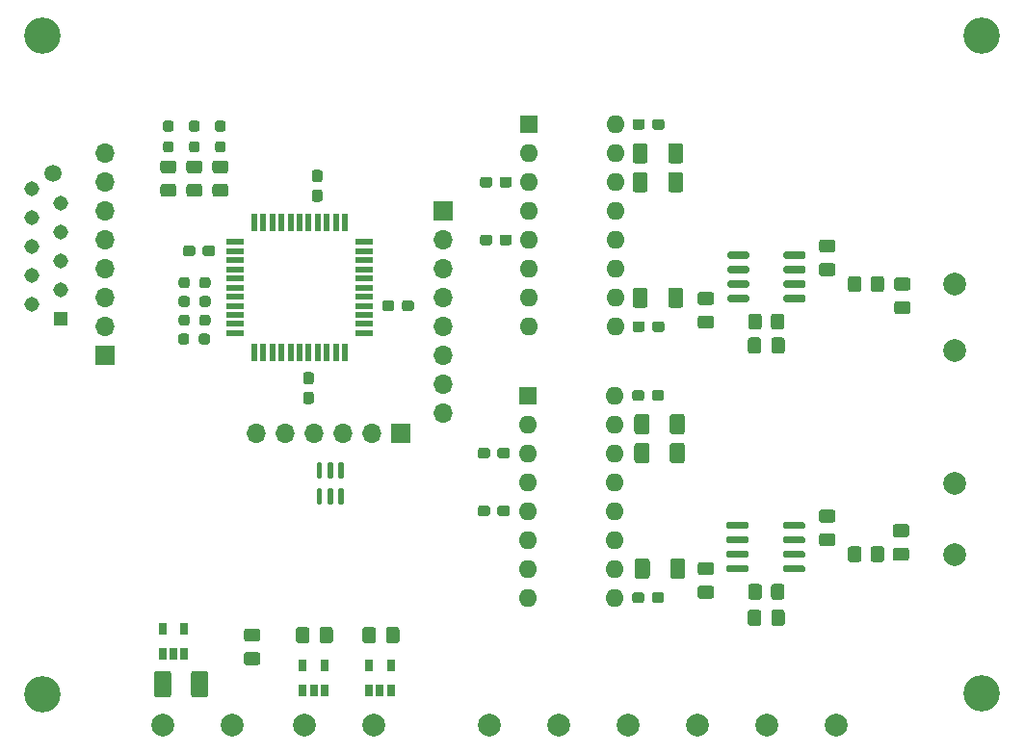
<source format=gbr>
G04 #@! TF.GenerationSoftware,KiCad,Pcbnew,(5.1.9-0-10_14)*
G04 #@! TF.CreationDate,2021-04-19T17:00:47+02:00*
G04 #@! TF.ProjectId,dac-i2s-nos,6461632d-6932-4732-9d6e-6f732e6b6963,rev?*
G04 #@! TF.SameCoordinates,Original*
G04 #@! TF.FileFunction,Soldermask,Top*
G04 #@! TF.FilePolarity,Negative*
%FSLAX46Y46*%
G04 Gerber Fmt 4.6, Leading zero omitted, Abs format (unit mm)*
G04 Created by KiCad (PCBNEW (5.1.9-0-10_14)) date 2021-04-19 17:00:47*
%MOMM*%
%LPD*%
G01*
G04 APERTURE LIST*
%ADD10O,1.700000X1.700000*%
%ADD11R,1.700000X1.700000*%
%ADD12C,2.000000*%
%ADD13O,1.600000X1.600000*%
%ADD14R,1.600000X1.600000*%
%ADD15R,1.500000X0.550000*%
%ADD16R,0.550000X1.500000*%
%ADD17R,0.650000X1.060000*%
%ADD18R,1.308000X1.308000*%
%ADD19C,1.308000*%
%ADD20C,1.500000*%
%ADD21C,3.200000*%
G04 APERTURE END LIST*
G36*
G01*
X185639000Y-106737999D02*
X185639000Y-107638001D01*
G75*
G02*
X185389001Y-107888000I-249999J0D01*
G01*
X184688999Y-107888000D01*
G75*
G02*
X184439000Y-107638001I0J249999D01*
G01*
X184439000Y-106737999D01*
G75*
G02*
X184688999Y-106488000I249999J0D01*
G01*
X185389001Y-106488000D01*
G75*
G02*
X185639000Y-106737999I0J-249999D01*
G01*
G37*
G36*
G01*
X187639000Y-106737999D02*
X187639000Y-107638001D01*
G75*
G02*
X187389001Y-107888000I-249999J0D01*
G01*
X186688999Y-107888000D01*
G75*
G02*
X186439000Y-107638001I0J249999D01*
G01*
X186439000Y-106737999D01*
G75*
G02*
X186688999Y-106488000I249999J0D01*
G01*
X187389001Y-106488000D01*
G75*
G02*
X187639000Y-106737999I0J-249999D01*
G01*
G37*
G36*
G01*
X185639000Y-82988999D02*
X185639000Y-83889001D01*
G75*
G02*
X185389001Y-84139000I-249999J0D01*
G01*
X184688999Y-84139000D01*
G75*
G02*
X184439000Y-83889001I0J249999D01*
G01*
X184439000Y-82988999D01*
G75*
G02*
X184688999Y-82739000I249999J0D01*
G01*
X185389001Y-82739000D01*
G75*
G02*
X185639000Y-82988999I0J-249999D01*
G01*
G37*
G36*
G01*
X187639000Y-82988999D02*
X187639000Y-83889001D01*
G75*
G02*
X187389001Y-84139000I-249999J0D01*
G01*
X186688999Y-84139000D01*
G75*
G02*
X186439000Y-83889001I0J249999D01*
G01*
X186439000Y-82988999D01*
G75*
G02*
X186688999Y-82739000I249999J0D01*
G01*
X187389001Y-82739000D01*
G75*
G02*
X187639000Y-82988999I0J-249999D01*
G01*
G37*
G36*
G01*
X189578000Y-105700500D02*
X188628000Y-105700500D01*
G75*
G02*
X188378000Y-105450500I0J250000D01*
G01*
X188378000Y-104775500D01*
G75*
G02*
X188628000Y-104525500I250000J0D01*
G01*
X189578000Y-104525500D01*
G75*
G02*
X189828000Y-104775500I0J-250000D01*
G01*
X189828000Y-105450500D01*
G75*
G02*
X189578000Y-105700500I-250000J0D01*
G01*
G37*
G36*
G01*
X189578000Y-107775500D02*
X188628000Y-107775500D01*
G75*
G02*
X188378000Y-107525500I0J250000D01*
G01*
X188378000Y-106850500D01*
G75*
G02*
X188628000Y-106600500I250000J0D01*
G01*
X189578000Y-106600500D01*
G75*
G02*
X189828000Y-106850500I0J-250000D01*
G01*
X189828000Y-107525500D01*
G75*
G02*
X189578000Y-107775500I-250000J0D01*
G01*
G37*
G36*
G01*
X188755000Y-84926500D02*
X189705000Y-84926500D01*
G75*
G02*
X189955000Y-85176500I0J-250000D01*
G01*
X189955000Y-85851500D01*
G75*
G02*
X189705000Y-86101500I-250000J0D01*
G01*
X188755000Y-86101500D01*
G75*
G02*
X188505000Y-85851500I0J250000D01*
G01*
X188505000Y-85176500D01*
G75*
G02*
X188755000Y-84926500I250000J0D01*
G01*
G37*
G36*
G01*
X188755000Y-82851500D02*
X189705000Y-82851500D01*
G75*
G02*
X189955000Y-83101500I0J-250000D01*
G01*
X189955000Y-83776500D01*
G75*
G02*
X189705000Y-84026500I-250000J0D01*
G01*
X188755000Y-84026500D01*
G75*
G02*
X188505000Y-83776500I0J250000D01*
G01*
X188505000Y-83101500D01*
G75*
G02*
X188755000Y-82851500I250000J0D01*
G01*
G37*
D10*
X148844000Y-94742000D03*
X148844000Y-92202000D03*
X148844000Y-89662000D03*
X148844000Y-87122000D03*
X148844000Y-84582000D03*
X148844000Y-82042000D03*
X148844000Y-79502000D03*
D11*
X148844000Y-76962000D03*
G36*
G01*
X178727000Y-104798000D02*
X178727000Y-104498000D01*
G75*
G02*
X178877000Y-104348000I150000J0D01*
G01*
X180527000Y-104348000D01*
G75*
G02*
X180677000Y-104498000I0J-150000D01*
G01*
X180677000Y-104798000D01*
G75*
G02*
X180527000Y-104948000I-150000J0D01*
G01*
X178877000Y-104948000D01*
G75*
G02*
X178727000Y-104798000I0J150000D01*
G01*
G37*
G36*
G01*
X178727000Y-106068000D02*
X178727000Y-105768000D01*
G75*
G02*
X178877000Y-105618000I150000J0D01*
G01*
X180527000Y-105618000D01*
G75*
G02*
X180677000Y-105768000I0J-150000D01*
G01*
X180677000Y-106068000D01*
G75*
G02*
X180527000Y-106218000I-150000J0D01*
G01*
X178877000Y-106218000D01*
G75*
G02*
X178727000Y-106068000I0J150000D01*
G01*
G37*
G36*
G01*
X178727000Y-107338000D02*
X178727000Y-107038000D01*
G75*
G02*
X178877000Y-106888000I150000J0D01*
G01*
X180527000Y-106888000D01*
G75*
G02*
X180677000Y-107038000I0J-150000D01*
G01*
X180677000Y-107338000D01*
G75*
G02*
X180527000Y-107488000I-150000J0D01*
G01*
X178877000Y-107488000D01*
G75*
G02*
X178727000Y-107338000I0J150000D01*
G01*
G37*
G36*
G01*
X178727000Y-108608000D02*
X178727000Y-108308000D01*
G75*
G02*
X178877000Y-108158000I150000J0D01*
G01*
X180527000Y-108158000D01*
G75*
G02*
X180677000Y-108308000I0J-150000D01*
G01*
X180677000Y-108608000D01*
G75*
G02*
X180527000Y-108758000I-150000J0D01*
G01*
X178877000Y-108758000D01*
G75*
G02*
X178727000Y-108608000I0J150000D01*
G01*
G37*
G36*
G01*
X173777000Y-108608000D02*
X173777000Y-108308000D01*
G75*
G02*
X173927000Y-108158000I150000J0D01*
G01*
X175577000Y-108158000D01*
G75*
G02*
X175727000Y-108308000I0J-150000D01*
G01*
X175727000Y-108608000D01*
G75*
G02*
X175577000Y-108758000I-150000J0D01*
G01*
X173927000Y-108758000D01*
G75*
G02*
X173777000Y-108608000I0J150000D01*
G01*
G37*
G36*
G01*
X173777000Y-107338000D02*
X173777000Y-107038000D01*
G75*
G02*
X173927000Y-106888000I150000J0D01*
G01*
X175577000Y-106888000D01*
G75*
G02*
X175727000Y-107038000I0J-150000D01*
G01*
X175727000Y-107338000D01*
G75*
G02*
X175577000Y-107488000I-150000J0D01*
G01*
X173927000Y-107488000D01*
G75*
G02*
X173777000Y-107338000I0J150000D01*
G01*
G37*
G36*
G01*
X173777000Y-106068000D02*
X173777000Y-105768000D01*
G75*
G02*
X173927000Y-105618000I150000J0D01*
G01*
X175577000Y-105618000D01*
G75*
G02*
X175727000Y-105768000I0J-150000D01*
G01*
X175727000Y-106068000D01*
G75*
G02*
X175577000Y-106218000I-150000J0D01*
G01*
X173927000Y-106218000D01*
G75*
G02*
X173777000Y-106068000I0J150000D01*
G01*
G37*
G36*
G01*
X173777000Y-104798000D02*
X173777000Y-104498000D01*
G75*
G02*
X173927000Y-104348000I150000J0D01*
G01*
X175577000Y-104348000D01*
G75*
G02*
X175727000Y-104498000I0J-150000D01*
G01*
X175727000Y-104798000D01*
G75*
G02*
X175577000Y-104948000I-150000J0D01*
G01*
X173927000Y-104948000D01*
G75*
G02*
X173777000Y-104798000I0J150000D01*
G01*
G37*
G36*
G01*
X176876000Y-110039999D02*
X176876000Y-110940001D01*
G75*
G02*
X176626001Y-111190000I-249999J0D01*
G01*
X175925999Y-111190000D01*
G75*
G02*
X175676000Y-110940001I0J249999D01*
G01*
X175676000Y-110039999D01*
G75*
G02*
X175925999Y-109790000I249999J0D01*
G01*
X176626001Y-109790000D01*
G75*
G02*
X176876000Y-110039999I0J-249999D01*
G01*
G37*
G36*
G01*
X178876000Y-110039999D02*
X178876000Y-110940001D01*
G75*
G02*
X178626001Y-111190000I-249999J0D01*
G01*
X177925999Y-111190000D01*
G75*
G02*
X177676000Y-110940001I0J249999D01*
G01*
X177676000Y-110039999D01*
G75*
G02*
X177925999Y-109790000I249999J0D01*
G01*
X178626001Y-109790000D01*
G75*
G02*
X178876000Y-110039999I0J-249999D01*
G01*
G37*
D12*
X193802000Y-100965000D03*
X193802000Y-107188000D03*
D13*
X163978000Y-93218000D03*
X156358000Y-110998000D03*
X163978000Y-95758000D03*
X156358000Y-108458000D03*
X163978000Y-98298000D03*
X156358000Y-105918000D03*
X163978000Y-100838000D03*
X156358000Y-103378000D03*
X163978000Y-103378000D03*
X156358000Y-100838000D03*
X163978000Y-105918000D03*
X156358000Y-98298000D03*
X163978000Y-108458000D03*
X156358000Y-95758000D03*
X163978000Y-110998000D03*
D14*
X156358000Y-93218000D03*
G36*
G01*
X183101000Y-104430500D02*
X182151000Y-104430500D01*
G75*
G02*
X181901000Y-104180500I0J250000D01*
G01*
X181901000Y-103505500D01*
G75*
G02*
X182151000Y-103255500I250000J0D01*
G01*
X183101000Y-103255500D01*
G75*
G02*
X183351000Y-103505500I0J-250000D01*
G01*
X183351000Y-104180500D01*
G75*
G02*
X183101000Y-104430500I-250000J0D01*
G01*
G37*
G36*
G01*
X183101000Y-106505500D02*
X182151000Y-106505500D01*
G75*
G02*
X181901000Y-106255500I0J250000D01*
G01*
X181901000Y-105580500D01*
G75*
G02*
X182151000Y-105330500I250000J0D01*
G01*
X183101000Y-105330500D01*
G75*
G02*
X183351000Y-105580500I0J-250000D01*
G01*
X183351000Y-106255500D01*
G75*
G02*
X183101000Y-106505500I-250000J0D01*
G01*
G37*
G36*
G01*
X172433000Y-109045500D02*
X171483000Y-109045500D01*
G75*
G02*
X171233000Y-108795500I0J250000D01*
G01*
X171233000Y-108120500D01*
G75*
G02*
X171483000Y-107870500I250000J0D01*
G01*
X172433000Y-107870500D01*
G75*
G02*
X172683000Y-108120500I0J-250000D01*
G01*
X172683000Y-108795500D01*
G75*
G02*
X172433000Y-109045500I-250000J0D01*
G01*
G37*
G36*
G01*
X172433000Y-111120500D02*
X171483000Y-111120500D01*
G75*
G02*
X171233000Y-110870500I0J250000D01*
G01*
X171233000Y-110195500D01*
G75*
G02*
X171483000Y-109945500I250000J0D01*
G01*
X172433000Y-109945500D01*
G75*
G02*
X172683000Y-110195500I0J-250000D01*
G01*
X172683000Y-110870500D01*
G75*
G02*
X172433000Y-111120500I-250000J0D01*
G01*
G37*
G36*
G01*
X177720500Y-113251000D02*
X177720500Y-112301000D01*
G75*
G02*
X177970500Y-112051000I250000J0D01*
G01*
X178645500Y-112051000D01*
G75*
G02*
X178895500Y-112301000I0J-250000D01*
G01*
X178895500Y-113251000D01*
G75*
G02*
X178645500Y-113501000I-250000J0D01*
G01*
X177970500Y-113501000D01*
G75*
G02*
X177720500Y-113251000I0J250000D01*
G01*
G37*
G36*
G01*
X175645500Y-113251000D02*
X175645500Y-112301000D01*
G75*
G02*
X175895500Y-112051000I250000J0D01*
G01*
X176570500Y-112051000D01*
G75*
G02*
X176820500Y-112301000I0J-250000D01*
G01*
X176820500Y-113251000D01*
G75*
G02*
X176570500Y-113501000I-250000J0D01*
G01*
X175895500Y-113501000D01*
G75*
G02*
X175645500Y-113251000I0J250000D01*
G01*
G37*
G36*
G01*
X167203000Y-111235500D02*
X167203000Y-110760500D01*
G75*
G02*
X167440500Y-110523000I237500J0D01*
G01*
X168040500Y-110523000D01*
G75*
G02*
X168278000Y-110760500I0J-237500D01*
G01*
X168278000Y-111235500D01*
G75*
G02*
X168040500Y-111473000I-237500J0D01*
G01*
X167440500Y-111473000D01*
G75*
G02*
X167203000Y-111235500I0J237500D01*
G01*
G37*
G36*
G01*
X165478000Y-111235500D02*
X165478000Y-110760500D01*
G75*
G02*
X165715500Y-110523000I237500J0D01*
G01*
X166315500Y-110523000D01*
G75*
G02*
X166553000Y-110760500I0J-237500D01*
G01*
X166553000Y-111235500D01*
G75*
G02*
X166315500Y-111473000I-237500J0D01*
G01*
X165715500Y-111473000D01*
G75*
G02*
X165478000Y-111235500I0J237500D01*
G01*
G37*
G36*
G01*
X166553000Y-92980500D02*
X166553000Y-93455500D01*
G75*
G02*
X166315500Y-93693000I-237500J0D01*
G01*
X165715500Y-93693000D01*
G75*
G02*
X165478000Y-93455500I0J237500D01*
G01*
X165478000Y-92980500D01*
G75*
G02*
X165715500Y-92743000I237500J0D01*
G01*
X166315500Y-92743000D01*
G75*
G02*
X166553000Y-92980500I0J-237500D01*
G01*
G37*
G36*
G01*
X168278000Y-92980500D02*
X168278000Y-93455500D01*
G75*
G02*
X168040500Y-93693000I-237500J0D01*
G01*
X167440500Y-93693000D01*
G75*
G02*
X167203000Y-93455500I0J237500D01*
G01*
X167203000Y-92980500D01*
G75*
G02*
X167440500Y-92743000I237500J0D01*
G01*
X168040500Y-92743000D01*
G75*
G02*
X168278000Y-92980500I0J-237500D01*
G01*
G37*
G36*
G01*
X152990500Y-98060500D02*
X152990500Y-98535500D01*
G75*
G02*
X152753000Y-98773000I-237500J0D01*
G01*
X152153000Y-98773000D01*
G75*
G02*
X151915500Y-98535500I0J237500D01*
G01*
X151915500Y-98060500D01*
G75*
G02*
X152153000Y-97823000I237500J0D01*
G01*
X152753000Y-97823000D01*
G75*
G02*
X152990500Y-98060500I0J-237500D01*
G01*
G37*
G36*
G01*
X154715500Y-98060500D02*
X154715500Y-98535500D01*
G75*
G02*
X154478000Y-98773000I-237500J0D01*
G01*
X153878000Y-98773000D01*
G75*
G02*
X153640500Y-98535500I0J237500D01*
G01*
X153640500Y-98060500D01*
G75*
G02*
X153878000Y-97823000I237500J0D01*
G01*
X154478000Y-97823000D01*
G75*
G02*
X154715500Y-98060500I0J-237500D01*
G01*
G37*
G36*
G01*
X153640500Y-103615500D02*
X153640500Y-103140500D01*
G75*
G02*
X153878000Y-102903000I237500J0D01*
G01*
X154478000Y-102903000D01*
G75*
G02*
X154715500Y-103140500I0J-237500D01*
G01*
X154715500Y-103615500D01*
G75*
G02*
X154478000Y-103853000I-237500J0D01*
G01*
X153878000Y-103853000D01*
G75*
G02*
X153640500Y-103615500I0J237500D01*
G01*
G37*
G36*
G01*
X151915500Y-103615500D02*
X151915500Y-103140500D01*
G75*
G02*
X152153000Y-102903000I237500J0D01*
G01*
X152753000Y-102903000D01*
G75*
G02*
X152990500Y-103140500I0J-237500D01*
G01*
X152990500Y-103615500D01*
G75*
G02*
X152753000Y-103853000I-237500J0D01*
G01*
X152153000Y-103853000D01*
G75*
G02*
X151915500Y-103615500I0J237500D01*
G01*
G37*
G36*
G01*
X168794000Y-96408001D02*
X168794000Y-95107999D01*
G75*
G02*
X169043999Y-94858000I249999J0D01*
G01*
X169869001Y-94858000D01*
G75*
G02*
X170119000Y-95107999I0J-249999D01*
G01*
X170119000Y-96408001D01*
G75*
G02*
X169869001Y-96658000I-249999J0D01*
G01*
X169043999Y-96658000D01*
G75*
G02*
X168794000Y-96408001I0J249999D01*
G01*
G37*
G36*
G01*
X165669000Y-96408001D02*
X165669000Y-95107999D01*
G75*
G02*
X165918999Y-94858000I249999J0D01*
G01*
X166744001Y-94858000D01*
G75*
G02*
X166994000Y-95107999I0J-249999D01*
G01*
X166994000Y-96408001D01*
G75*
G02*
X166744001Y-96658000I-249999J0D01*
G01*
X165918999Y-96658000D01*
G75*
G02*
X165669000Y-96408001I0J249999D01*
G01*
G37*
G36*
G01*
X168794000Y-98948001D02*
X168794000Y-97647999D01*
G75*
G02*
X169043999Y-97398000I249999J0D01*
G01*
X169869001Y-97398000D01*
G75*
G02*
X170119000Y-97647999I0J-249999D01*
G01*
X170119000Y-98948001D01*
G75*
G02*
X169869001Y-99198000I-249999J0D01*
G01*
X169043999Y-99198000D01*
G75*
G02*
X168794000Y-98948001I0J249999D01*
G01*
G37*
G36*
G01*
X165669000Y-98948001D02*
X165669000Y-97647999D01*
G75*
G02*
X165918999Y-97398000I249999J0D01*
G01*
X166744001Y-97398000D01*
G75*
G02*
X166994000Y-97647999I0J-249999D01*
G01*
X166994000Y-98948001D01*
G75*
G02*
X166744001Y-99198000I-249999J0D01*
G01*
X165918999Y-99198000D01*
G75*
G02*
X165669000Y-98948001I0J249999D01*
G01*
G37*
G36*
G01*
X168832500Y-109108001D02*
X168832500Y-107807999D01*
G75*
G02*
X169082499Y-107558000I249999J0D01*
G01*
X169907501Y-107558000D01*
G75*
G02*
X170157500Y-107807999I0J-249999D01*
G01*
X170157500Y-109108001D01*
G75*
G02*
X169907501Y-109358000I-249999J0D01*
G01*
X169082499Y-109358000D01*
G75*
G02*
X168832500Y-109108001I0J249999D01*
G01*
G37*
G36*
G01*
X165707500Y-109108001D02*
X165707500Y-107807999D01*
G75*
G02*
X165957499Y-107558000I249999J0D01*
G01*
X166782501Y-107558000D01*
G75*
G02*
X167032500Y-107807999I0J-249999D01*
G01*
X167032500Y-109108001D01*
G75*
G02*
X166782501Y-109358000I-249999J0D01*
G01*
X165957499Y-109358000D01*
G75*
G02*
X165707500Y-109108001I0J249999D01*
G01*
G37*
G36*
G01*
X178790500Y-81049000D02*
X178790500Y-80749000D01*
G75*
G02*
X178940500Y-80599000I150000J0D01*
G01*
X180590500Y-80599000D01*
G75*
G02*
X180740500Y-80749000I0J-150000D01*
G01*
X180740500Y-81049000D01*
G75*
G02*
X180590500Y-81199000I-150000J0D01*
G01*
X178940500Y-81199000D01*
G75*
G02*
X178790500Y-81049000I0J150000D01*
G01*
G37*
G36*
G01*
X178790500Y-82319000D02*
X178790500Y-82019000D01*
G75*
G02*
X178940500Y-81869000I150000J0D01*
G01*
X180590500Y-81869000D01*
G75*
G02*
X180740500Y-82019000I0J-150000D01*
G01*
X180740500Y-82319000D01*
G75*
G02*
X180590500Y-82469000I-150000J0D01*
G01*
X178940500Y-82469000D01*
G75*
G02*
X178790500Y-82319000I0J150000D01*
G01*
G37*
G36*
G01*
X178790500Y-83589000D02*
X178790500Y-83289000D01*
G75*
G02*
X178940500Y-83139000I150000J0D01*
G01*
X180590500Y-83139000D01*
G75*
G02*
X180740500Y-83289000I0J-150000D01*
G01*
X180740500Y-83589000D01*
G75*
G02*
X180590500Y-83739000I-150000J0D01*
G01*
X178940500Y-83739000D01*
G75*
G02*
X178790500Y-83589000I0J150000D01*
G01*
G37*
G36*
G01*
X178790500Y-84859000D02*
X178790500Y-84559000D01*
G75*
G02*
X178940500Y-84409000I150000J0D01*
G01*
X180590500Y-84409000D01*
G75*
G02*
X180740500Y-84559000I0J-150000D01*
G01*
X180740500Y-84859000D01*
G75*
G02*
X180590500Y-85009000I-150000J0D01*
G01*
X178940500Y-85009000D01*
G75*
G02*
X178790500Y-84859000I0J150000D01*
G01*
G37*
G36*
G01*
X173840500Y-84859000D02*
X173840500Y-84559000D01*
G75*
G02*
X173990500Y-84409000I150000J0D01*
G01*
X175640500Y-84409000D01*
G75*
G02*
X175790500Y-84559000I0J-150000D01*
G01*
X175790500Y-84859000D01*
G75*
G02*
X175640500Y-85009000I-150000J0D01*
G01*
X173990500Y-85009000D01*
G75*
G02*
X173840500Y-84859000I0J150000D01*
G01*
G37*
G36*
G01*
X173840500Y-83589000D02*
X173840500Y-83289000D01*
G75*
G02*
X173990500Y-83139000I150000J0D01*
G01*
X175640500Y-83139000D01*
G75*
G02*
X175790500Y-83289000I0J-150000D01*
G01*
X175790500Y-83589000D01*
G75*
G02*
X175640500Y-83739000I-150000J0D01*
G01*
X173990500Y-83739000D01*
G75*
G02*
X173840500Y-83589000I0J150000D01*
G01*
G37*
G36*
G01*
X173840500Y-82319000D02*
X173840500Y-82019000D01*
G75*
G02*
X173990500Y-81869000I150000J0D01*
G01*
X175640500Y-81869000D01*
G75*
G02*
X175790500Y-82019000I0J-150000D01*
G01*
X175790500Y-82319000D01*
G75*
G02*
X175640500Y-82469000I-150000J0D01*
G01*
X173990500Y-82469000D01*
G75*
G02*
X173840500Y-82319000I0J150000D01*
G01*
G37*
G36*
G01*
X173840500Y-81049000D02*
X173840500Y-80749000D01*
G75*
G02*
X173990500Y-80599000I150000J0D01*
G01*
X175640500Y-80599000D01*
G75*
G02*
X175790500Y-80749000I0J-150000D01*
G01*
X175790500Y-81049000D01*
G75*
G02*
X175640500Y-81199000I-150000J0D01*
G01*
X173990500Y-81199000D01*
G75*
G02*
X173840500Y-81049000I0J150000D01*
G01*
G37*
G36*
G01*
X176876000Y-86290999D02*
X176876000Y-87191001D01*
G75*
G02*
X176626001Y-87441000I-249999J0D01*
G01*
X175925999Y-87441000D01*
G75*
G02*
X175676000Y-87191001I0J249999D01*
G01*
X175676000Y-86290999D01*
G75*
G02*
X175925999Y-86041000I249999J0D01*
G01*
X176626001Y-86041000D01*
G75*
G02*
X176876000Y-86290999I0J-249999D01*
G01*
G37*
G36*
G01*
X178876000Y-86290999D02*
X178876000Y-87191001D01*
G75*
G02*
X178626001Y-87441000I-249999J0D01*
G01*
X177925999Y-87441000D01*
G75*
G02*
X177676000Y-87191001I0J249999D01*
G01*
X177676000Y-86290999D01*
G75*
G02*
X177925999Y-86041000I249999J0D01*
G01*
X178626001Y-86041000D01*
G75*
G02*
X178876000Y-86290999I0J-249999D01*
G01*
G37*
D12*
X177292000Y-122174000D03*
X171196000Y-122174000D03*
X183388000Y-122174000D03*
X193802000Y-89281000D03*
X193802000Y-83439000D03*
G36*
G01*
X183101000Y-80681500D02*
X182151000Y-80681500D01*
G75*
G02*
X181901000Y-80431500I0J250000D01*
G01*
X181901000Y-79756500D01*
G75*
G02*
X182151000Y-79506500I250000J0D01*
G01*
X183101000Y-79506500D01*
G75*
G02*
X183351000Y-79756500I0J-250000D01*
G01*
X183351000Y-80431500D01*
G75*
G02*
X183101000Y-80681500I-250000J0D01*
G01*
G37*
G36*
G01*
X183101000Y-82756500D02*
X182151000Y-82756500D01*
G75*
G02*
X181901000Y-82506500I0J250000D01*
G01*
X181901000Y-81831500D01*
G75*
G02*
X182151000Y-81581500I250000J0D01*
G01*
X183101000Y-81581500D01*
G75*
G02*
X183351000Y-81831500I0J-250000D01*
G01*
X183351000Y-82506500D01*
G75*
G02*
X183101000Y-82756500I-250000J0D01*
G01*
G37*
G36*
G01*
X172433000Y-85296500D02*
X171483000Y-85296500D01*
G75*
G02*
X171233000Y-85046500I0J250000D01*
G01*
X171233000Y-84371500D01*
G75*
G02*
X171483000Y-84121500I250000J0D01*
G01*
X172433000Y-84121500D01*
G75*
G02*
X172683000Y-84371500I0J-250000D01*
G01*
X172683000Y-85046500D01*
G75*
G02*
X172433000Y-85296500I-250000J0D01*
G01*
G37*
G36*
G01*
X172433000Y-87371500D02*
X171483000Y-87371500D01*
G75*
G02*
X171233000Y-87121500I0J250000D01*
G01*
X171233000Y-86446500D01*
G75*
G02*
X171483000Y-86196500I250000J0D01*
G01*
X172433000Y-86196500D01*
G75*
G02*
X172683000Y-86446500I0J-250000D01*
G01*
X172683000Y-87121500D01*
G75*
G02*
X172433000Y-87371500I-250000J0D01*
G01*
G37*
G36*
G01*
X177720500Y-89311500D02*
X177720500Y-88361500D01*
G75*
G02*
X177970500Y-88111500I250000J0D01*
G01*
X178645500Y-88111500D01*
G75*
G02*
X178895500Y-88361500I0J-250000D01*
G01*
X178895500Y-89311500D01*
G75*
G02*
X178645500Y-89561500I-250000J0D01*
G01*
X177970500Y-89561500D01*
G75*
G02*
X177720500Y-89311500I0J250000D01*
G01*
G37*
G36*
G01*
X175645500Y-89311500D02*
X175645500Y-88361500D01*
G75*
G02*
X175895500Y-88111500I250000J0D01*
G01*
X176570500Y-88111500D01*
G75*
G02*
X176820500Y-88361500I0J-250000D01*
G01*
X176820500Y-89311500D01*
G75*
G02*
X176570500Y-89561500I-250000J0D01*
G01*
X175895500Y-89561500D01*
G75*
G02*
X175645500Y-89311500I0J250000D01*
G01*
G37*
X159004000Y-122174000D03*
X152908000Y-122174000D03*
X165100000Y-122174000D03*
G36*
G01*
X167240000Y-87423000D02*
X167240000Y-86948000D01*
G75*
G02*
X167477500Y-86710500I237500J0D01*
G01*
X168077500Y-86710500D01*
G75*
G02*
X168315000Y-86948000I0J-237500D01*
G01*
X168315000Y-87423000D01*
G75*
G02*
X168077500Y-87660500I-237500J0D01*
G01*
X167477500Y-87660500D01*
G75*
G02*
X167240000Y-87423000I0J237500D01*
G01*
G37*
G36*
G01*
X165515000Y-87423000D02*
X165515000Y-86948000D01*
G75*
G02*
X165752500Y-86710500I237500J0D01*
G01*
X166352500Y-86710500D01*
G75*
G02*
X166590000Y-86948000I0J-237500D01*
G01*
X166590000Y-87423000D01*
G75*
G02*
X166352500Y-87660500I-237500J0D01*
G01*
X165752500Y-87660500D01*
G75*
G02*
X165515000Y-87423000I0J237500D01*
G01*
G37*
G36*
G01*
X153831000Y-79803000D02*
X153831000Y-79328000D01*
G75*
G02*
X154068500Y-79090500I237500J0D01*
G01*
X154668500Y-79090500D01*
G75*
G02*
X154906000Y-79328000I0J-237500D01*
G01*
X154906000Y-79803000D01*
G75*
G02*
X154668500Y-80040500I-237500J0D01*
G01*
X154068500Y-80040500D01*
G75*
G02*
X153831000Y-79803000I0J237500D01*
G01*
G37*
G36*
G01*
X152106000Y-79803000D02*
X152106000Y-79328000D01*
G75*
G02*
X152343500Y-79090500I237500J0D01*
G01*
X152943500Y-79090500D01*
G75*
G02*
X153181000Y-79328000I0J-237500D01*
G01*
X153181000Y-79803000D01*
G75*
G02*
X152943500Y-80040500I-237500J0D01*
G01*
X152343500Y-80040500D01*
G75*
G02*
X152106000Y-79803000I0J237500D01*
G01*
G37*
G36*
G01*
X166590000Y-69168000D02*
X166590000Y-69643000D01*
G75*
G02*
X166352500Y-69880500I-237500J0D01*
G01*
X165752500Y-69880500D01*
G75*
G02*
X165515000Y-69643000I0J237500D01*
G01*
X165515000Y-69168000D01*
G75*
G02*
X165752500Y-68930500I237500J0D01*
G01*
X166352500Y-68930500D01*
G75*
G02*
X166590000Y-69168000I0J-237500D01*
G01*
G37*
G36*
G01*
X168315000Y-69168000D02*
X168315000Y-69643000D01*
G75*
G02*
X168077500Y-69880500I-237500J0D01*
G01*
X167477500Y-69880500D01*
G75*
G02*
X167240000Y-69643000I0J237500D01*
G01*
X167240000Y-69168000D01*
G75*
G02*
X167477500Y-68930500I237500J0D01*
G01*
X168077500Y-68930500D01*
G75*
G02*
X168315000Y-69168000I0J-237500D01*
G01*
G37*
G36*
G01*
X168642000Y-72595501D02*
X168642000Y-71295499D01*
G75*
G02*
X168891999Y-71045500I249999J0D01*
G01*
X169717001Y-71045500D01*
G75*
G02*
X169967000Y-71295499I0J-249999D01*
G01*
X169967000Y-72595501D01*
G75*
G02*
X169717001Y-72845500I-249999J0D01*
G01*
X168891999Y-72845500D01*
G75*
G02*
X168642000Y-72595501I0J249999D01*
G01*
G37*
G36*
G01*
X165517000Y-72595501D02*
X165517000Y-71295499D01*
G75*
G02*
X165766999Y-71045500I249999J0D01*
G01*
X166592001Y-71045500D01*
G75*
G02*
X166842000Y-71295499I0J-249999D01*
G01*
X166842000Y-72595501D01*
G75*
G02*
X166592001Y-72845500I-249999J0D01*
G01*
X165766999Y-72845500D01*
G75*
G02*
X165517000Y-72595501I0J249999D01*
G01*
G37*
G36*
G01*
X168642000Y-75135501D02*
X168642000Y-73835499D01*
G75*
G02*
X168891999Y-73585500I249999J0D01*
G01*
X169717001Y-73585500D01*
G75*
G02*
X169967000Y-73835499I0J-249999D01*
G01*
X169967000Y-75135501D01*
G75*
G02*
X169717001Y-75385500I-249999J0D01*
G01*
X168891999Y-75385500D01*
G75*
G02*
X168642000Y-75135501I0J249999D01*
G01*
G37*
G36*
G01*
X165517000Y-75135501D02*
X165517000Y-73835499D01*
G75*
G02*
X165766999Y-73585500I249999J0D01*
G01*
X166592001Y-73585500D01*
G75*
G02*
X166842000Y-73835499I0J-249999D01*
G01*
X166842000Y-75135501D01*
G75*
G02*
X166592001Y-75385500I-249999J0D01*
G01*
X165766999Y-75385500D01*
G75*
G02*
X165517000Y-75135501I0J249999D01*
G01*
G37*
G36*
G01*
X168642000Y-85295501D02*
X168642000Y-83995499D01*
G75*
G02*
X168891999Y-83745500I249999J0D01*
G01*
X169717001Y-83745500D01*
G75*
G02*
X169967000Y-83995499I0J-249999D01*
G01*
X169967000Y-85295501D01*
G75*
G02*
X169717001Y-85545500I-249999J0D01*
G01*
X168891999Y-85545500D01*
G75*
G02*
X168642000Y-85295501I0J249999D01*
G01*
G37*
G36*
G01*
X165517000Y-85295501D02*
X165517000Y-83995499D01*
G75*
G02*
X165766999Y-83745500I249999J0D01*
G01*
X166592001Y-83745500D01*
G75*
G02*
X166842000Y-83995499I0J-249999D01*
G01*
X166842000Y-85295501D01*
G75*
G02*
X166592001Y-85545500I-249999J0D01*
G01*
X165766999Y-85545500D01*
G75*
G02*
X165517000Y-85295501I0J249999D01*
G01*
G37*
G36*
G01*
X153181000Y-74248000D02*
X153181000Y-74723000D01*
G75*
G02*
X152943500Y-74960500I-237500J0D01*
G01*
X152343500Y-74960500D01*
G75*
G02*
X152106000Y-74723000I0J237500D01*
G01*
X152106000Y-74248000D01*
G75*
G02*
X152343500Y-74010500I237500J0D01*
G01*
X152943500Y-74010500D01*
G75*
G02*
X153181000Y-74248000I0J-237500D01*
G01*
G37*
G36*
G01*
X154906000Y-74248000D02*
X154906000Y-74723000D01*
G75*
G02*
X154668500Y-74960500I-237500J0D01*
G01*
X154068500Y-74960500D01*
G75*
G02*
X153831000Y-74723000I0J237500D01*
G01*
X153831000Y-74248000D01*
G75*
G02*
X154068500Y-74010500I237500J0D01*
G01*
X154668500Y-74010500D01*
G75*
G02*
X154906000Y-74248000I0J-237500D01*
G01*
G37*
G36*
G01*
X138012500Y-114775000D02*
X138012500Y-113825000D01*
G75*
G02*
X138262500Y-113575000I250000J0D01*
G01*
X138937500Y-113575000D01*
G75*
G02*
X139187500Y-113825000I0J-250000D01*
G01*
X139187500Y-114775000D01*
G75*
G02*
X138937500Y-115025000I-250000J0D01*
G01*
X138262500Y-115025000D01*
G75*
G02*
X138012500Y-114775000I0J250000D01*
G01*
G37*
G36*
G01*
X135937500Y-114775000D02*
X135937500Y-113825000D01*
G75*
G02*
X136187500Y-113575000I250000J0D01*
G01*
X136862500Y-113575000D01*
G75*
G02*
X137112500Y-113825000I0J-250000D01*
G01*
X137112500Y-114775000D01*
G75*
G02*
X136862500Y-115025000I-250000J0D01*
G01*
X136187500Y-115025000D01*
G75*
G02*
X135937500Y-114775000I0J250000D01*
G01*
G37*
G36*
G01*
X143854500Y-114775000D02*
X143854500Y-113825000D01*
G75*
G02*
X144104500Y-113575000I250000J0D01*
G01*
X144779500Y-113575000D01*
G75*
G02*
X145029500Y-113825000I0J-250000D01*
G01*
X145029500Y-114775000D01*
G75*
G02*
X144779500Y-115025000I-250000J0D01*
G01*
X144104500Y-115025000D01*
G75*
G02*
X143854500Y-114775000I0J250000D01*
G01*
G37*
G36*
G01*
X141779500Y-114775000D02*
X141779500Y-113825000D01*
G75*
G02*
X142029500Y-113575000I250000J0D01*
G01*
X142704500Y-113575000D01*
G75*
G02*
X142954500Y-113825000I0J-250000D01*
G01*
X142954500Y-114775000D01*
G75*
G02*
X142704500Y-115025000I-250000J0D01*
G01*
X142029500Y-115025000D01*
G75*
G02*
X141779500Y-114775000I0J250000D01*
G01*
G37*
G36*
G01*
X132555000Y-114887500D02*
X131605000Y-114887500D01*
G75*
G02*
X131355000Y-114637500I0J250000D01*
G01*
X131355000Y-113962500D01*
G75*
G02*
X131605000Y-113712500I250000J0D01*
G01*
X132555000Y-113712500D01*
G75*
G02*
X132805000Y-113962500I0J-250000D01*
G01*
X132805000Y-114637500D01*
G75*
G02*
X132555000Y-114887500I-250000J0D01*
G01*
G37*
G36*
G01*
X132555000Y-116962500D02*
X131605000Y-116962500D01*
G75*
G02*
X131355000Y-116712500I0J250000D01*
G01*
X131355000Y-116037500D01*
G75*
G02*
X131605000Y-115787500I250000J0D01*
G01*
X132555000Y-115787500D01*
G75*
G02*
X132805000Y-116037500I0J-250000D01*
G01*
X132805000Y-116712500D01*
G75*
G02*
X132555000Y-116962500I-250000J0D01*
G01*
G37*
D13*
X164002501Y-69393001D03*
X156382501Y-87173001D03*
X164002501Y-71933001D03*
X156382501Y-84633001D03*
X164002501Y-74473001D03*
X156382501Y-82093001D03*
X164002501Y-77013001D03*
X156382501Y-79553001D03*
X164002501Y-79553001D03*
X156382501Y-77013001D03*
X164002501Y-82093001D03*
X156382501Y-74473001D03*
X164002501Y-84633001D03*
X156382501Y-71933001D03*
X164002501Y-87173001D03*
D14*
X156382501Y-69393001D03*
G36*
G01*
X124476500Y-70886500D02*
X124951500Y-70886500D01*
G75*
G02*
X125189000Y-71124000I0J-237500D01*
G01*
X125189000Y-71624000D01*
G75*
G02*
X124951500Y-71861500I-237500J0D01*
G01*
X124476500Y-71861500D01*
G75*
G02*
X124239000Y-71624000I0J237500D01*
G01*
X124239000Y-71124000D01*
G75*
G02*
X124476500Y-70886500I237500J0D01*
G01*
G37*
G36*
G01*
X124476500Y-69061500D02*
X124951500Y-69061500D01*
G75*
G02*
X125189000Y-69299000I0J-237500D01*
G01*
X125189000Y-69799000D01*
G75*
G02*
X124951500Y-70036500I-237500J0D01*
G01*
X124476500Y-70036500D01*
G75*
G02*
X124239000Y-69799000I0J237500D01*
G01*
X124239000Y-69299000D01*
G75*
G02*
X124476500Y-69061500I237500J0D01*
G01*
G37*
G36*
G01*
X126762500Y-70886500D02*
X127237500Y-70886500D01*
G75*
G02*
X127475000Y-71124000I0J-237500D01*
G01*
X127475000Y-71624000D01*
G75*
G02*
X127237500Y-71861500I-237500J0D01*
G01*
X126762500Y-71861500D01*
G75*
G02*
X126525000Y-71624000I0J237500D01*
G01*
X126525000Y-71124000D01*
G75*
G02*
X126762500Y-70886500I237500J0D01*
G01*
G37*
G36*
G01*
X126762500Y-69061500D02*
X127237500Y-69061500D01*
G75*
G02*
X127475000Y-69299000I0J-237500D01*
G01*
X127475000Y-69799000D01*
G75*
G02*
X127237500Y-70036500I-237500J0D01*
G01*
X126762500Y-70036500D01*
G75*
G02*
X126525000Y-69799000I0J237500D01*
G01*
X126525000Y-69299000D01*
G75*
G02*
X126762500Y-69061500I237500J0D01*
G01*
G37*
G36*
G01*
X129048500Y-70886500D02*
X129523500Y-70886500D01*
G75*
G02*
X129761000Y-71124000I0J-237500D01*
G01*
X129761000Y-71624000D01*
G75*
G02*
X129523500Y-71861500I-237500J0D01*
G01*
X129048500Y-71861500D01*
G75*
G02*
X128811000Y-71624000I0J237500D01*
G01*
X128811000Y-71124000D01*
G75*
G02*
X129048500Y-70886500I237500J0D01*
G01*
G37*
G36*
G01*
X129048500Y-69061500D02*
X129523500Y-69061500D01*
G75*
G02*
X129761000Y-69299000I0J-237500D01*
G01*
X129761000Y-69799000D01*
G75*
G02*
X129523500Y-70036500I-237500J0D01*
G01*
X129048500Y-70036500D01*
G75*
G02*
X128811000Y-69799000I0J237500D01*
G01*
X128811000Y-69299000D01*
G75*
G02*
X129048500Y-69061500I237500J0D01*
G01*
G37*
G36*
G01*
X125164001Y-73709000D02*
X124263999Y-73709000D01*
G75*
G02*
X124014000Y-73459001I0J249999D01*
G01*
X124014000Y-72808999D01*
G75*
G02*
X124263999Y-72559000I249999J0D01*
G01*
X125164001Y-72559000D01*
G75*
G02*
X125414000Y-72808999I0J-249999D01*
G01*
X125414000Y-73459001D01*
G75*
G02*
X125164001Y-73709000I-249999J0D01*
G01*
G37*
G36*
G01*
X125164001Y-75759000D02*
X124263999Y-75759000D01*
G75*
G02*
X124014000Y-75509001I0J249999D01*
G01*
X124014000Y-74858999D01*
G75*
G02*
X124263999Y-74609000I249999J0D01*
G01*
X125164001Y-74609000D01*
G75*
G02*
X125414000Y-74858999I0J-249999D01*
G01*
X125414000Y-75509001D01*
G75*
G02*
X125164001Y-75759000I-249999J0D01*
G01*
G37*
G36*
G01*
X127450001Y-73709000D02*
X126549999Y-73709000D01*
G75*
G02*
X126300000Y-73459001I0J249999D01*
G01*
X126300000Y-72808999D01*
G75*
G02*
X126549999Y-72559000I249999J0D01*
G01*
X127450001Y-72559000D01*
G75*
G02*
X127700000Y-72808999I0J-249999D01*
G01*
X127700000Y-73459001D01*
G75*
G02*
X127450001Y-73709000I-249999J0D01*
G01*
G37*
G36*
G01*
X127450001Y-75759000D02*
X126549999Y-75759000D01*
G75*
G02*
X126300000Y-75509001I0J249999D01*
G01*
X126300000Y-74858999D01*
G75*
G02*
X126549999Y-74609000I249999J0D01*
G01*
X127450001Y-74609000D01*
G75*
G02*
X127700000Y-74858999I0J-249999D01*
G01*
X127700000Y-75509001D01*
G75*
G02*
X127450001Y-75759000I-249999J0D01*
G01*
G37*
G36*
G01*
X129736001Y-73709000D02*
X128835999Y-73709000D01*
G75*
G02*
X128586000Y-73459001I0J249999D01*
G01*
X128586000Y-72808999D01*
G75*
G02*
X128835999Y-72559000I249999J0D01*
G01*
X129736001Y-72559000D01*
G75*
G02*
X129986000Y-72808999I0J-249999D01*
G01*
X129986000Y-73459001D01*
G75*
G02*
X129736001Y-73709000I-249999J0D01*
G01*
G37*
G36*
G01*
X129736001Y-75759000D02*
X128835999Y-75759000D01*
G75*
G02*
X128586000Y-75509001I0J249999D01*
G01*
X128586000Y-74858999D01*
G75*
G02*
X128835999Y-74609000I249999J0D01*
G01*
X129736001Y-74609000D01*
G75*
G02*
X129986000Y-74858999I0J-249999D01*
G01*
X129986000Y-75509001D01*
G75*
G02*
X129736001Y-75759000I-249999J0D01*
G01*
G37*
G36*
G01*
X137557500Y-75128000D02*
X138032500Y-75128000D01*
G75*
G02*
X138270000Y-75365500I0J-237500D01*
G01*
X138270000Y-75965500D01*
G75*
G02*
X138032500Y-76203000I-237500J0D01*
G01*
X137557500Y-76203000D01*
G75*
G02*
X137320000Y-75965500I0J237500D01*
G01*
X137320000Y-75365500D01*
G75*
G02*
X137557500Y-75128000I237500J0D01*
G01*
G37*
G36*
G01*
X137557500Y-73403000D02*
X138032500Y-73403000D01*
G75*
G02*
X138270000Y-73640500I0J-237500D01*
G01*
X138270000Y-74240500D01*
G75*
G02*
X138032500Y-74478000I-237500J0D01*
G01*
X137557500Y-74478000D01*
G75*
G02*
X137320000Y-74240500I0J237500D01*
G01*
X137320000Y-73640500D01*
G75*
G02*
X137557500Y-73403000I237500J0D01*
G01*
G37*
G36*
G01*
X144582000Y-85106500D02*
X144582000Y-85581500D01*
G75*
G02*
X144344500Y-85819000I-237500J0D01*
G01*
X143744500Y-85819000D01*
G75*
G02*
X143507000Y-85581500I0J237500D01*
G01*
X143507000Y-85106500D01*
G75*
G02*
X143744500Y-84869000I237500J0D01*
G01*
X144344500Y-84869000D01*
G75*
G02*
X144582000Y-85106500I0J-237500D01*
G01*
G37*
G36*
G01*
X146307000Y-85106500D02*
X146307000Y-85581500D01*
G75*
G02*
X146069500Y-85819000I-237500J0D01*
G01*
X145469500Y-85819000D01*
G75*
G02*
X145232000Y-85581500I0J237500D01*
G01*
X145232000Y-85106500D01*
G75*
G02*
X145469500Y-84869000I237500J0D01*
G01*
X146069500Y-84869000D01*
G75*
G02*
X146307000Y-85106500I0J-237500D01*
G01*
G37*
G36*
G01*
X127732500Y-80755500D02*
X127732500Y-80280500D01*
G75*
G02*
X127970000Y-80043000I237500J0D01*
G01*
X128570000Y-80043000D01*
G75*
G02*
X128807500Y-80280500I0J-237500D01*
G01*
X128807500Y-80755500D01*
G75*
G02*
X128570000Y-80993000I-237500J0D01*
G01*
X127970000Y-80993000D01*
G75*
G02*
X127732500Y-80755500I0J237500D01*
G01*
G37*
G36*
G01*
X126007500Y-80755500D02*
X126007500Y-80280500D01*
G75*
G02*
X126245000Y-80043000I237500J0D01*
G01*
X126845000Y-80043000D01*
G75*
G02*
X127082500Y-80280500I0J-237500D01*
G01*
X127082500Y-80755500D01*
G75*
G02*
X126845000Y-80993000I-237500J0D01*
G01*
X126245000Y-80993000D01*
G75*
G02*
X126007500Y-80755500I0J237500D01*
G01*
G37*
G36*
G01*
X138113000Y-100534500D02*
X137863000Y-100534500D01*
G75*
G02*
X137738000Y-100409500I0J125000D01*
G01*
X137738000Y-99234500D01*
G75*
G02*
X137863000Y-99109500I125000J0D01*
G01*
X138113000Y-99109500D01*
G75*
G02*
X138238000Y-99234500I0J-125000D01*
G01*
X138238000Y-100409500D01*
G75*
G02*
X138113000Y-100534500I-125000J0D01*
G01*
G37*
G36*
G01*
X139063000Y-100534500D02*
X138813000Y-100534500D01*
G75*
G02*
X138688000Y-100409500I0J125000D01*
G01*
X138688000Y-99234500D01*
G75*
G02*
X138813000Y-99109500I125000J0D01*
G01*
X139063000Y-99109500D01*
G75*
G02*
X139188000Y-99234500I0J-125000D01*
G01*
X139188000Y-100409500D01*
G75*
G02*
X139063000Y-100534500I-125000J0D01*
G01*
G37*
G36*
G01*
X140013000Y-100534500D02*
X139763000Y-100534500D01*
G75*
G02*
X139638000Y-100409500I0J125000D01*
G01*
X139638000Y-99234500D01*
G75*
G02*
X139763000Y-99109500I125000J0D01*
G01*
X140013000Y-99109500D01*
G75*
G02*
X140138000Y-99234500I0J-125000D01*
G01*
X140138000Y-100409500D01*
G75*
G02*
X140013000Y-100534500I-125000J0D01*
G01*
G37*
G36*
G01*
X140013000Y-102809500D02*
X139763000Y-102809500D01*
G75*
G02*
X139638000Y-102684500I0J125000D01*
G01*
X139638000Y-101509500D01*
G75*
G02*
X139763000Y-101384500I125000J0D01*
G01*
X140013000Y-101384500D01*
G75*
G02*
X140138000Y-101509500I0J-125000D01*
G01*
X140138000Y-102684500D01*
G75*
G02*
X140013000Y-102809500I-125000J0D01*
G01*
G37*
G36*
G01*
X139063000Y-102809500D02*
X138813000Y-102809500D01*
G75*
G02*
X138688000Y-102684500I0J125000D01*
G01*
X138688000Y-101509500D01*
G75*
G02*
X138813000Y-101384500I125000J0D01*
G01*
X139063000Y-101384500D01*
G75*
G02*
X139188000Y-101509500I0J-125000D01*
G01*
X139188000Y-102684500D01*
G75*
G02*
X139063000Y-102809500I-125000J0D01*
G01*
G37*
G36*
G01*
X138113000Y-102809500D02*
X137863000Y-102809500D01*
G75*
G02*
X137738000Y-102684500I0J125000D01*
G01*
X137738000Y-101509500D01*
G75*
G02*
X137863000Y-101384500I125000J0D01*
G01*
X138113000Y-101384500D01*
G75*
G02*
X138238000Y-101509500I0J-125000D01*
G01*
X138238000Y-102684500D01*
G75*
G02*
X138113000Y-102809500I-125000J0D01*
G01*
G37*
D15*
X130556000Y-87744000D03*
X130556000Y-86944000D03*
X130556000Y-86144000D03*
X130556000Y-85344000D03*
X130556000Y-84544000D03*
X130556000Y-83744000D03*
X130556000Y-82944000D03*
X130556000Y-82144000D03*
X130556000Y-81344000D03*
X130556000Y-80544000D03*
X130556000Y-79744000D03*
D16*
X132256000Y-78044000D03*
X133056000Y-78044000D03*
X133856000Y-78044000D03*
X134656000Y-78044000D03*
X135456000Y-78044000D03*
X136256000Y-78044000D03*
X137056000Y-78044000D03*
X137856000Y-78044000D03*
X138656000Y-78044000D03*
X139456000Y-78044000D03*
X140256000Y-78044000D03*
D15*
X141956000Y-79744000D03*
X141956000Y-80544000D03*
X141956000Y-81344000D03*
X141956000Y-82144000D03*
X141956000Y-82944000D03*
X141956000Y-83744000D03*
X141956000Y-84544000D03*
X141956000Y-85344000D03*
X141956000Y-86144000D03*
X141956000Y-86944000D03*
X141956000Y-87744000D03*
D16*
X140256000Y-89444000D03*
X139456000Y-89444000D03*
X138656000Y-89444000D03*
X137856000Y-89444000D03*
X137056000Y-89444000D03*
X136256000Y-89444000D03*
X135456000Y-89444000D03*
X134656000Y-89444000D03*
X133856000Y-89444000D03*
X133056000Y-89444000D03*
X132256000Y-89444000D03*
D17*
X136530000Y-116926000D03*
X138430000Y-116926000D03*
X138430000Y-119126000D03*
X137480000Y-119126000D03*
X136530000Y-119126000D03*
X142367000Y-116926000D03*
X144267000Y-116926000D03*
X144267000Y-119126000D03*
X143317000Y-119126000D03*
X142367000Y-119126000D03*
X124206000Y-113751000D03*
X126106000Y-113751000D03*
X126106000Y-115951000D03*
X125156000Y-115951000D03*
X124206000Y-115951000D03*
D10*
X132461000Y-96520000D03*
X135001000Y-96520000D03*
X137541000Y-96520000D03*
X140081000Y-96520000D03*
X142621000Y-96520000D03*
D11*
X145161000Y-96520000D03*
G36*
G01*
X137270500Y-92258000D02*
X136795500Y-92258000D01*
G75*
G02*
X136558000Y-92020500I0J237500D01*
G01*
X136558000Y-91420500D01*
G75*
G02*
X136795500Y-91183000I237500J0D01*
G01*
X137270500Y-91183000D01*
G75*
G02*
X137508000Y-91420500I0J-237500D01*
G01*
X137508000Y-92020500D01*
G75*
G02*
X137270500Y-92258000I-237500J0D01*
G01*
G37*
G36*
G01*
X137270500Y-93983000D02*
X136795500Y-93983000D01*
G75*
G02*
X136558000Y-93745500I0J237500D01*
G01*
X136558000Y-93145500D01*
G75*
G02*
X136795500Y-92908000I237500J0D01*
G01*
X137270500Y-92908000D01*
G75*
G02*
X137508000Y-93145500I0J-237500D01*
G01*
X137508000Y-93745500D01*
G75*
G02*
X137270500Y-93983000I-237500J0D01*
G01*
G37*
G36*
G01*
X126706000Y-119543000D02*
X126706000Y-117693000D01*
G75*
G02*
X126956000Y-117443000I250000J0D01*
G01*
X127956000Y-117443000D01*
G75*
G02*
X128206000Y-117693000I0J-250000D01*
G01*
X128206000Y-119543000D01*
G75*
G02*
X127956000Y-119793000I-250000J0D01*
G01*
X126956000Y-119793000D01*
G75*
G02*
X126706000Y-119543000I0J250000D01*
G01*
G37*
G36*
G01*
X123456000Y-119543000D02*
X123456000Y-117693000D01*
G75*
G02*
X123706000Y-117443000I250000J0D01*
G01*
X124706000Y-117443000D01*
G75*
G02*
X124956000Y-117693000I0J-250000D01*
G01*
X124956000Y-119543000D01*
G75*
G02*
X124706000Y-119793000I-250000J0D01*
G01*
X123706000Y-119793000D01*
G75*
G02*
X123456000Y-119543000I0J250000D01*
G01*
G37*
G36*
G01*
X127448500Y-83549500D02*
X127448500Y-83074500D01*
G75*
G02*
X127686000Y-82837000I237500J0D01*
G01*
X128186000Y-82837000D01*
G75*
G02*
X128423500Y-83074500I0J-237500D01*
G01*
X128423500Y-83549500D01*
G75*
G02*
X128186000Y-83787000I-237500J0D01*
G01*
X127686000Y-83787000D01*
G75*
G02*
X127448500Y-83549500I0J237500D01*
G01*
G37*
G36*
G01*
X125623500Y-83549500D02*
X125623500Y-83074500D01*
G75*
G02*
X125861000Y-82837000I237500J0D01*
G01*
X126361000Y-82837000D01*
G75*
G02*
X126598500Y-83074500I0J-237500D01*
G01*
X126598500Y-83549500D01*
G75*
G02*
X126361000Y-83787000I-237500J0D01*
G01*
X125861000Y-83787000D01*
G75*
G02*
X125623500Y-83549500I0J237500D01*
G01*
G37*
G36*
G01*
X127448500Y-85200500D02*
X127448500Y-84725500D01*
G75*
G02*
X127686000Y-84488000I237500J0D01*
G01*
X128186000Y-84488000D01*
G75*
G02*
X128423500Y-84725500I0J-237500D01*
G01*
X128423500Y-85200500D01*
G75*
G02*
X128186000Y-85438000I-237500J0D01*
G01*
X127686000Y-85438000D01*
G75*
G02*
X127448500Y-85200500I0J237500D01*
G01*
G37*
G36*
G01*
X125623500Y-85200500D02*
X125623500Y-84725500D01*
G75*
G02*
X125861000Y-84488000I237500J0D01*
G01*
X126361000Y-84488000D01*
G75*
G02*
X126598500Y-84725500I0J-237500D01*
G01*
X126598500Y-85200500D01*
G75*
G02*
X126361000Y-85438000I-237500J0D01*
G01*
X125861000Y-85438000D01*
G75*
G02*
X125623500Y-85200500I0J237500D01*
G01*
G37*
G36*
G01*
X127448500Y-86851500D02*
X127448500Y-86376500D01*
G75*
G02*
X127686000Y-86139000I237500J0D01*
G01*
X128186000Y-86139000D01*
G75*
G02*
X128423500Y-86376500I0J-237500D01*
G01*
X128423500Y-86851500D01*
G75*
G02*
X128186000Y-87089000I-237500J0D01*
G01*
X127686000Y-87089000D01*
G75*
G02*
X127448500Y-86851500I0J237500D01*
G01*
G37*
G36*
G01*
X125623500Y-86851500D02*
X125623500Y-86376500D01*
G75*
G02*
X125861000Y-86139000I237500J0D01*
G01*
X126361000Y-86139000D01*
G75*
G02*
X126598500Y-86376500I0J-237500D01*
G01*
X126598500Y-86851500D01*
G75*
G02*
X126361000Y-87089000I-237500J0D01*
G01*
X125861000Y-87089000D01*
G75*
G02*
X125623500Y-86851500I0J237500D01*
G01*
G37*
G36*
G01*
X127401500Y-88502500D02*
X127401500Y-88027500D01*
G75*
G02*
X127639000Y-87790000I237500J0D01*
G01*
X128139000Y-87790000D01*
G75*
G02*
X128376500Y-88027500I0J-237500D01*
G01*
X128376500Y-88502500D01*
G75*
G02*
X128139000Y-88740000I-237500J0D01*
G01*
X127639000Y-88740000D01*
G75*
G02*
X127401500Y-88502500I0J237500D01*
G01*
G37*
G36*
G01*
X125576500Y-88502500D02*
X125576500Y-88027500D01*
G75*
G02*
X125814000Y-87790000I237500J0D01*
G01*
X126314000Y-87790000D01*
G75*
G02*
X126551500Y-88027500I0J-237500D01*
G01*
X126551500Y-88502500D01*
G75*
G02*
X126314000Y-88740000I-237500J0D01*
G01*
X125814000Y-88740000D01*
G75*
G02*
X125576500Y-88502500I0J237500D01*
G01*
G37*
D18*
X115294000Y-86490000D03*
D19*
X112754000Y-85220000D03*
X115294000Y-83950000D03*
X112754000Y-82680000D03*
X115294000Y-81410000D03*
X112754000Y-80140000D03*
X115294000Y-78870000D03*
X112754000Y-77600000D03*
X115294000Y-76330000D03*
X112754000Y-75060000D03*
D20*
X114554000Y-73660000D03*
D10*
X119126000Y-71882000D03*
X119126000Y-74422000D03*
X119126000Y-76962000D03*
X119126000Y-79502000D03*
X119126000Y-82042000D03*
X119126000Y-84582000D03*
X119126000Y-87122000D03*
D11*
X119126000Y-89662000D03*
D12*
X130302000Y-122174000D03*
X124206000Y-122174000D03*
X142811500Y-122174000D03*
X136652000Y-122174000D03*
D21*
X113665000Y-119507000D03*
X196215000Y-119380000D03*
X196215000Y-61595000D03*
X113665000Y-61595000D03*
M02*

</source>
